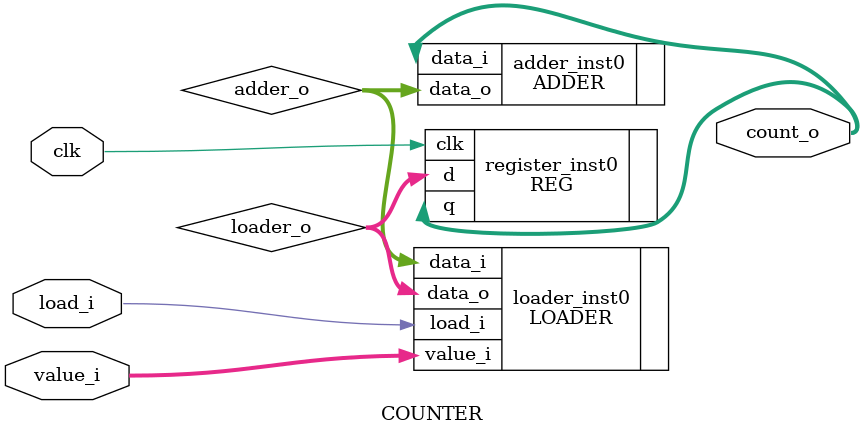
<source format=v>
module COUNTER(count_o, load_i, value_i, clk);
	input 	clk, load_i;
	input		[5:0] value_i;
	output 	[5:0] count_o;
	
	wire 	clk, load_i;
	wire	[5:0] count_o;
	wire	[5:0] value_i;
	
	// Internal wires
	wire	[5:0] adder_o;
	wire	[5:0] reg_o, loader_o;           
	
	REG			register_inst0(
											.clk(clk),
											.d(loader_o),
											.q(count_o)
										);
	LOADER		loader_inst0(
										.data_o(loader_o),
										.load_i(load_i),
										.value_i(value_i),
										.data_i(adder_o)
									);
	ADDER			adder_inst0(
										.data_i(count_o),
										.data_o(adder_o)
									);
	/*
	CONVERTER	converter_inst0(
											.data_i(reg_o),
											.data_o(count_o)
										);
	*/
endmodule
</source>
